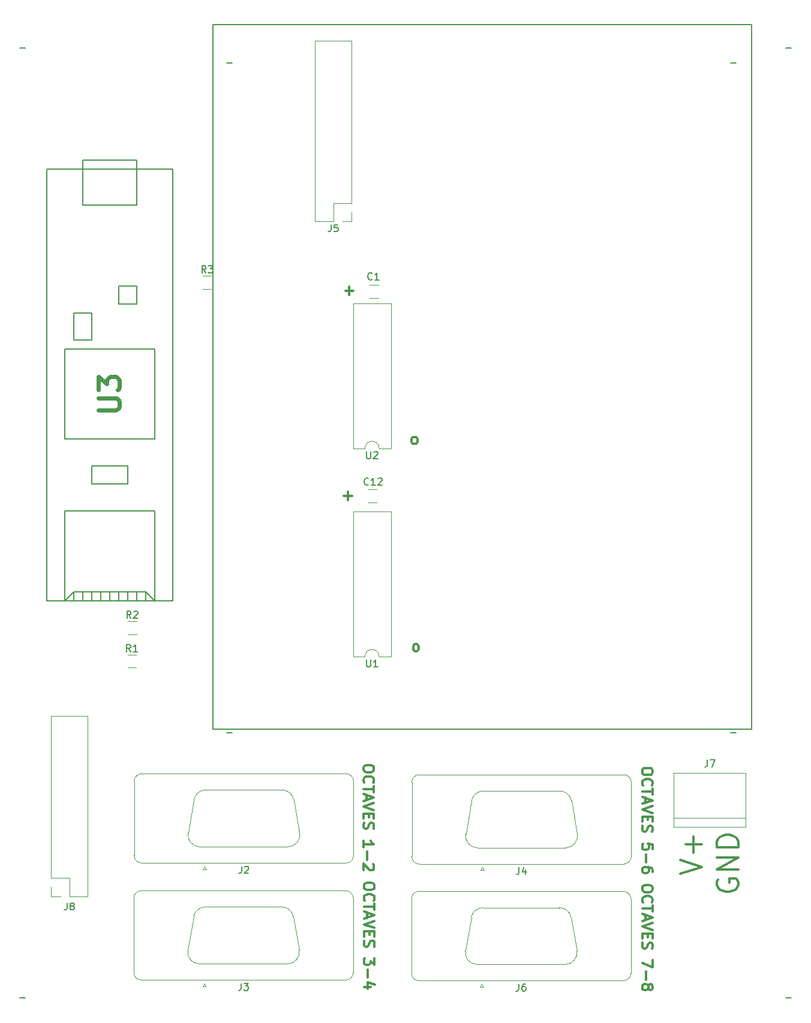
<source format=gbr>
G04 #@! TF.GenerationSoftware,KiCad,Pcbnew,(5.0.0)*
G04 #@! TF.CreationDate,2019-03-26T18:25:38-05:00*
G04 #@! TF.ProjectId,PlayerPiano,506C617965725069616E6F2E6B696361,rev?*
G04 #@! TF.SameCoordinates,Original*
G04 #@! TF.FileFunction,Legend,Top*
G04 #@! TF.FilePolarity,Positive*
%FSLAX46Y46*%
G04 Gerber Fmt 4.6, Leading zero omitted, Abs format (unit mm)*
G04 Created by KiCad (PCBNEW (5.0.0)) date 03/26/19 18:25:38*
%MOMM*%
%LPD*%
G01*
G04 APERTURE LIST*
%ADD10C,0.300000*%
%ADD11C,0.200000*%
%ADD12C,0.120000*%
%ADD13C,0.150000*%
%ADD14C,0.600000*%
G04 APERTURE END LIST*
D10*
X214048571Y-112267142D02*
X215191428Y-112267142D01*
X214620000Y-112838571D02*
X214620000Y-111695714D01*
X213868571Y-141227142D02*
X215011428Y-141227142D01*
X214440000Y-141798571D02*
X214440000Y-140655714D01*
X223912857Y-163148571D02*
X223770000Y-163077142D01*
X223698571Y-163005714D01*
X223627142Y-162862857D01*
X223627142Y-162434285D01*
X223698571Y-162291428D01*
X223770000Y-162220000D01*
X223912857Y-162148571D01*
X224127142Y-162148571D01*
X224270000Y-162220000D01*
X224341428Y-162291428D01*
X224412857Y-162434285D01*
X224412857Y-162862857D01*
X224341428Y-163005714D01*
X224270000Y-163077142D01*
X224127142Y-163148571D01*
X223912857Y-163148571D01*
X223722857Y-133888571D02*
X223580000Y-133817142D01*
X223508571Y-133745714D01*
X223437142Y-133602857D01*
X223437142Y-133174285D01*
X223508571Y-133031428D01*
X223580000Y-132960000D01*
X223722857Y-132888571D01*
X223937142Y-132888571D01*
X224080000Y-132960000D01*
X224151428Y-133031428D01*
X224222857Y-133174285D01*
X224222857Y-133602857D01*
X224151428Y-133745714D01*
X224080000Y-133817142D01*
X223937142Y-133888571D01*
X223722857Y-133888571D01*
X257461428Y-196508571D02*
X257461428Y-196794285D01*
X257390000Y-196937142D01*
X257247142Y-197080000D01*
X256961428Y-197151428D01*
X256461428Y-197151428D01*
X256175714Y-197080000D01*
X256032857Y-196937142D01*
X255961428Y-196794285D01*
X255961428Y-196508571D01*
X256032857Y-196365714D01*
X256175714Y-196222857D01*
X256461428Y-196151428D01*
X256961428Y-196151428D01*
X257247142Y-196222857D01*
X257390000Y-196365714D01*
X257461428Y-196508571D01*
X256104285Y-198651428D02*
X256032857Y-198580000D01*
X255961428Y-198365714D01*
X255961428Y-198222857D01*
X256032857Y-198008571D01*
X256175714Y-197865714D01*
X256318571Y-197794285D01*
X256604285Y-197722857D01*
X256818571Y-197722857D01*
X257104285Y-197794285D01*
X257247142Y-197865714D01*
X257390000Y-198008571D01*
X257461428Y-198222857D01*
X257461428Y-198365714D01*
X257390000Y-198580000D01*
X257318571Y-198651428D01*
X257461428Y-199080000D02*
X257461428Y-199937142D01*
X255961428Y-199508571D02*
X257461428Y-199508571D01*
X256390000Y-200365714D02*
X256390000Y-201080000D01*
X255961428Y-200222857D02*
X257461428Y-200722857D01*
X255961428Y-201222857D01*
X257461428Y-201508571D02*
X255961428Y-202008571D01*
X257461428Y-202508571D01*
X256747142Y-203008571D02*
X256747142Y-203508571D01*
X255961428Y-203722857D02*
X255961428Y-203008571D01*
X257461428Y-203008571D01*
X257461428Y-203722857D01*
X256032857Y-204294285D02*
X255961428Y-204508571D01*
X255961428Y-204865714D01*
X256032857Y-205008571D01*
X256104285Y-205080000D01*
X256247142Y-205151428D01*
X256390000Y-205151428D01*
X256532857Y-205080000D01*
X256604285Y-205008571D01*
X256675714Y-204865714D01*
X256747142Y-204580000D01*
X256818571Y-204437142D01*
X256890000Y-204365714D01*
X257032857Y-204294285D01*
X257175714Y-204294285D01*
X257318571Y-204365714D01*
X257390000Y-204437142D01*
X257461428Y-204580000D01*
X257461428Y-204937142D01*
X257390000Y-205151428D01*
X257461428Y-206794285D02*
X257461428Y-207794285D01*
X255961428Y-207151428D01*
X256532857Y-208365714D02*
X256532857Y-209508571D01*
X256818571Y-210437142D02*
X256890000Y-210294285D01*
X256961428Y-210222857D01*
X257104285Y-210151428D01*
X257175714Y-210151428D01*
X257318571Y-210222857D01*
X257390000Y-210294285D01*
X257461428Y-210437142D01*
X257461428Y-210722857D01*
X257390000Y-210865714D01*
X257318571Y-210937142D01*
X257175714Y-211008571D01*
X257104285Y-211008571D01*
X256961428Y-210937142D01*
X256890000Y-210865714D01*
X256818571Y-210722857D01*
X256818571Y-210437142D01*
X256747142Y-210294285D01*
X256675714Y-210222857D01*
X256532857Y-210151428D01*
X256247142Y-210151428D01*
X256104285Y-210222857D01*
X256032857Y-210294285D01*
X255961428Y-210437142D01*
X255961428Y-210722857D01*
X256032857Y-210865714D01*
X256104285Y-210937142D01*
X256247142Y-211008571D01*
X256532857Y-211008571D01*
X256675714Y-210937142D01*
X256747142Y-210865714D01*
X256818571Y-210722857D01*
X257461428Y-179978571D02*
X257461428Y-180264285D01*
X257390000Y-180407142D01*
X257247142Y-180550000D01*
X256961428Y-180621428D01*
X256461428Y-180621428D01*
X256175714Y-180550000D01*
X256032857Y-180407142D01*
X255961428Y-180264285D01*
X255961428Y-179978571D01*
X256032857Y-179835714D01*
X256175714Y-179692857D01*
X256461428Y-179621428D01*
X256961428Y-179621428D01*
X257247142Y-179692857D01*
X257390000Y-179835714D01*
X257461428Y-179978571D01*
X256104285Y-182121428D02*
X256032857Y-182050000D01*
X255961428Y-181835714D01*
X255961428Y-181692857D01*
X256032857Y-181478571D01*
X256175714Y-181335714D01*
X256318571Y-181264285D01*
X256604285Y-181192857D01*
X256818571Y-181192857D01*
X257104285Y-181264285D01*
X257247142Y-181335714D01*
X257390000Y-181478571D01*
X257461428Y-181692857D01*
X257461428Y-181835714D01*
X257390000Y-182050000D01*
X257318571Y-182121428D01*
X257461428Y-182550000D02*
X257461428Y-183407142D01*
X255961428Y-182978571D02*
X257461428Y-182978571D01*
X256390000Y-183835714D02*
X256390000Y-184550000D01*
X255961428Y-183692857D02*
X257461428Y-184192857D01*
X255961428Y-184692857D01*
X257461428Y-184978571D02*
X255961428Y-185478571D01*
X257461428Y-185978571D01*
X256747142Y-186478571D02*
X256747142Y-186978571D01*
X255961428Y-187192857D02*
X255961428Y-186478571D01*
X257461428Y-186478571D01*
X257461428Y-187192857D01*
X256032857Y-187764285D02*
X255961428Y-187978571D01*
X255961428Y-188335714D01*
X256032857Y-188478571D01*
X256104285Y-188550000D01*
X256247142Y-188621428D01*
X256390000Y-188621428D01*
X256532857Y-188550000D01*
X256604285Y-188478571D01*
X256675714Y-188335714D01*
X256747142Y-188050000D01*
X256818571Y-187907142D01*
X256890000Y-187835714D01*
X257032857Y-187764285D01*
X257175714Y-187764285D01*
X257318571Y-187835714D01*
X257390000Y-187907142D01*
X257461428Y-188050000D01*
X257461428Y-188407142D01*
X257390000Y-188621428D01*
X257461428Y-191121428D02*
X257461428Y-190407142D01*
X256747142Y-190335714D01*
X256818571Y-190407142D01*
X256890000Y-190550000D01*
X256890000Y-190907142D01*
X256818571Y-191050000D01*
X256747142Y-191121428D01*
X256604285Y-191192857D01*
X256247142Y-191192857D01*
X256104285Y-191121428D01*
X256032857Y-191050000D01*
X255961428Y-190907142D01*
X255961428Y-190550000D01*
X256032857Y-190407142D01*
X256104285Y-190335714D01*
X256532857Y-191835714D02*
X256532857Y-192978571D01*
X257461428Y-194335714D02*
X257461428Y-194050000D01*
X257390000Y-193907142D01*
X257318571Y-193835714D01*
X257104285Y-193692857D01*
X256818571Y-193621428D01*
X256247142Y-193621428D01*
X256104285Y-193692857D01*
X256032857Y-193764285D01*
X255961428Y-193907142D01*
X255961428Y-194192857D01*
X256032857Y-194335714D01*
X256104285Y-194407142D01*
X256247142Y-194478571D01*
X256604285Y-194478571D01*
X256747142Y-194407142D01*
X256818571Y-194335714D01*
X256890000Y-194192857D01*
X256890000Y-193907142D01*
X256818571Y-193764285D01*
X256747142Y-193692857D01*
X256604285Y-193621428D01*
X218181428Y-196218571D02*
X218181428Y-196504285D01*
X218110000Y-196647142D01*
X217967142Y-196790000D01*
X217681428Y-196861428D01*
X217181428Y-196861428D01*
X216895714Y-196790000D01*
X216752857Y-196647142D01*
X216681428Y-196504285D01*
X216681428Y-196218571D01*
X216752857Y-196075714D01*
X216895714Y-195932857D01*
X217181428Y-195861428D01*
X217681428Y-195861428D01*
X217967142Y-195932857D01*
X218110000Y-196075714D01*
X218181428Y-196218571D01*
X216824285Y-198361428D02*
X216752857Y-198290000D01*
X216681428Y-198075714D01*
X216681428Y-197932857D01*
X216752857Y-197718571D01*
X216895714Y-197575714D01*
X217038571Y-197504285D01*
X217324285Y-197432857D01*
X217538571Y-197432857D01*
X217824285Y-197504285D01*
X217967142Y-197575714D01*
X218110000Y-197718571D01*
X218181428Y-197932857D01*
X218181428Y-198075714D01*
X218110000Y-198290000D01*
X218038571Y-198361428D01*
X218181428Y-198790000D02*
X218181428Y-199647142D01*
X216681428Y-199218571D02*
X218181428Y-199218571D01*
X217110000Y-200075714D02*
X217110000Y-200790000D01*
X216681428Y-199932857D02*
X218181428Y-200432857D01*
X216681428Y-200932857D01*
X218181428Y-201218571D02*
X216681428Y-201718571D01*
X218181428Y-202218571D01*
X217467142Y-202718571D02*
X217467142Y-203218571D01*
X216681428Y-203432857D02*
X216681428Y-202718571D01*
X218181428Y-202718571D01*
X218181428Y-203432857D01*
X216752857Y-204004285D02*
X216681428Y-204218571D01*
X216681428Y-204575714D01*
X216752857Y-204718571D01*
X216824285Y-204790000D01*
X216967142Y-204861428D01*
X217110000Y-204861428D01*
X217252857Y-204790000D01*
X217324285Y-204718571D01*
X217395714Y-204575714D01*
X217467142Y-204290000D01*
X217538571Y-204147142D01*
X217610000Y-204075714D01*
X217752857Y-204004285D01*
X217895714Y-204004285D01*
X218038571Y-204075714D01*
X218110000Y-204147142D01*
X218181428Y-204290000D01*
X218181428Y-204647142D01*
X218110000Y-204861428D01*
X218181428Y-206504285D02*
X218181428Y-207432857D01*
X217610000Y-206932857D01*
X217610000Y-207147142D01*
X217538571Y-207290000D01*
X217467142Y-207361428D01*
X217324285Y-207432857D01*
X216967142Y-207432857D01*
X216824285Y-207361428D01*
X216752857Y-207290000D01*
X216681428Y-207147142D01*
X216681428Y-206718571D01*
X216752857Y-206575714D01*
X216824285Y-206504285D01*
X217252857Y-208075714D02*
X217252857Y-209218571D01*
X217681428Y-210575714D02*
X216681428Y-210575714D01*
X218252857Y-210218571D02*
X217181428Y-209861428D01*
X217181428Y-210790000D01*
X218101428Y-179588571D02*
X218101428Y-179874285D01*
X218030000Y-180017142D01*
X217887142Y-180160000D01*
X217601428Y-180231428D01*
X217101428Y-180231428D01*
X216815714Y-180160000D01*
X216672857Y-180017142D01*
X216601428Y-179874285D01*
X216601428Y-179588571D01*
X216672857Y-179445714D01*
X216815714Y-179302857D01*
X217101428Y-179231428D01*
X217601428Y-179231428D01*
X217887142Y-179302857D01*
X218030000Y-179445714D01*
X218101428Y-179588571D01*
X216744285Y-181731428D02*
X216672857Y-181660000D01*
X216601428Y-181445714D01*
X216601428Y-181302857D01*
X216672857Y-181088571D01*
X216815714Y-180945714D01*
X216958571Y-180874285D01*
X217244285Y-180802857D01*
X217458571Y-180802857D01*
X217744285Y-180874285D01*
X217887142Y-180945714D01*
X218030000Y-181088571D01*
X218101428Y-181302857D01*
X218101428Y-181445714D01*
X218030000Y-181660000D01*
X217958571Y-181731428D01*
X218101428Y-182160000D02*
X218101428Y-183017142D01*
X216601428Y-182588571D02*
X218101428Y-182588571D01*
X217030000Y-183445714D02*
X217030000Y-184160000D01*
X216601428Y-183302857D02*
X218101428Y-183802857D01*
X216601428Y-184302857D01*
X218101428Y-184588571D02*
X216601428Y-185088571D01*
X218101428Y-185588571D01*
X217387142Y-186088571D02*
X217387142Y-186588571D01*
X216601428Y-186802857D02*
X216601428Y-186088571D01*
X218101428Y-186088571D01*
X218101428Y-186802857D01*
X216672857Y-187374285D02*
X216601428Y-187588571D01*
X216601428Y-187945714D01*
X216672857Y-188088571D01*
X216744285Y-188160000D01*
X216887142Y-188231428D01*
X217030000Y-188231428D01*
X217172857Y-188160000D01*
X217244285Y-188088571D01*
X217315714Y-187945714D01*
X217387142Y-187660000D01*
X217458571Y-187517142D01*
X217530000Y-187445714D01*
X217672857Y-187374285D01*
X217815714Y-187374285D01*
X217958571Y-187445714D01*
X218030000Y-187517142D01*
X218101428Y-187660000D01*
X218101428Y-188017142D01*
X218030000Y-188231428D01*
X216601428Y-190802857D02*
X216601428Y-189945714D01*
X216601428Y-190374285D02*
X218101428Y-190374285D01*
X217887142Y-190231428D01*
X217744285Y-190088571D01*
X217672857Y-189945714D01*
X217172857Y-191445714D02*
X217172857Y-192588571D01*
X217958571Y-193231428D02*
X218030000Y-193302857D01*
X218101428Y-193445714D01*
X218101428Y-193802857D01*
X218030000Y-193945714D01*
X217958571Y-194017142D01*
X217815714Y-194088571D01*
X217672857Y-194088571D01*
X217458571Y-194017142D01*
X216601428Y-193160000D01*
X216601428Y-194088571D01*
X266660000Y-195385714D02*
X266517142Y-195671428D01*
X266517142Y-196100000D01*
X266660000Y-196528571D01*
X266945714Y-196814285D01*
X267231428Y-196957142D01*
X267802857Y-197100000D01*
X268231428Y-197100000D01*
X268802857Y-196957142D01*
X269088571Y-196814285D01*
X269374285Y-196528571D01*
X269517142Y-196100000D01*
X269517142Y-195814285D01*
X269374285Y-195385714D01*
X269231428Y-195242857D01*
X268231428Y-195242857D01*
X268231428Y-195814285D01*
X269517142Y-193957142D02*
X266517142Y-193957142D01*
X269517142Y-192242857D01*
X266517142Y-192242857D01*
X269517142Y-190814285D02*
X266517142Y-190814285D01*
X266517142Y-190100000D01*
X266660000Y-189671428D01*
X266945714Y-189385714D01*
X267231428Y-189242857D01*
X267802857Y-189100000D01*
X268231428Y-189100000D01*
X268802857Y-189242857D01*
X269088571Y-189385714D01*
X269374285Y-189671428D01*
X269517142Y-190100000D01*
X269517142Y-190814285D01*
X261357142Y-194597142D02*
X264357142Y-193597142D01*
X261357142Y-192597142D01*
X263214285Y-191597142D02*
X263214285Y-189311428D01*
X264357142Y-190454285D02*
X262071428Y-190454285D01*
D11*
X195365000Y-74706000D02*
X195365000Y-174147000D01*
X271438000Y-74706000D02*
X271438000Y-174147000D01*
X195365000Y-74706000D02*
X271438000Y-74706000D01*
X195365000Y-174147000D02*
X271438000Y-174147000D01*
D12*
G04 #@! TO.C,J5*
X214967947Y-76949749D02*
X209767947Y-76949749D01*
X214967947Y-99869749D02*
X214967947Y-76949749D01*
X209767947Y-102469749D02*
X209767947Y-76949749D01*
X214967947Y-99869749D02*
X212367947Y-99869749D01*
X212367947Y-99869749D02*
X212367947Y-102469749D01*
X212367947Y-102469749D02*
X209767947Y-102469749D01*
X214967947Y-101139749D02*
X214967947Y-102469749D01*
X214967947Y-102469749D02*
X213637947Y-102469749D01*
D13*
G04 #@! TO.C,U3*
X171960000Y-95080000D02*
X189740000Y-95080000D01*
X189740000Y-156040000D02*
X171960000Y-156040000D01*
X183390000Y-136990000D02*
X183390000Y-139530000D01*
X178310000Y-136990000D02*
X183390000Y-136990000D01*
X178310000Y-139530000D02*
X178310000Y-136990000D01*
X183390000Y-139530000D02*
X178310000Y-139530000D01*
X177040000Y-100160000D02*
X177040000Y-95080000D01*
X184660000Y-100160000D02*
X184660000Y-95080000D01*
X177040000Y-100160000D02*
X184660000Y-100160000D01*
X184660000Y-93810000D02*
X184660000Y-95080000D01*
X177040000Y-93810000D02*
X184660000Y-93810000D01*
X177040000Y-95080000D02*
X177040000Y-93810000D01*
X171960000Y-95080000D02*
X171960000Y-156040000D01*
X189740000Y-156040000D02*
X189740000Y-95080000D01*
X174500000Y-143340000D02*
X174500000Y-156040000D01*
X187200000Y-143340000D02*
X174500000Y-143340000D01*
X187200000Y-156040000D02*
X187200000Y-143340000D01*
X185930000Y-154770000D02*
X187200000Y-156040000D01*
X175770000Y-154770000D02*
X185930000Y-154770000D01*
X174500000Y-156040000D02*
X175770000Y-154770000D01*
X185930000Y-154770000D02*
X185930000Y-156040000D01*
X184660000Y-154770000D02*
X184660000Y-156040000D01*
X183390000Y-154770000D02*
X183390000Y-156040000D01*
X182120000Y-154770000D02*
X182120000Y-156040000D01*
X180850000Y-154770000D02*
X180850000Y-156040000D01*
X179580000Y-154770000D02*
X179580000Y-156040000D01*
X178310000Y-154770000D02*
X178310000Y-156040000D01*
X177040000Y-154770000D02*
X177040000Y-156040000D01*
X175770000Y-154770000D02*
X175770000Y-156040000D01*
X187200000Y-120480000D02*
X187200000Y-133180000D01*
X174500000Y-120480000D02*
X174500000Y-133180000D01*
X187200000Y-120480000D02*
X174500000Y-120480000D01*
X174500000Y-133180000D02*
X187200000Y-133180000D01*
X178310000Y-119210000D02*
X175770000Y-119210000D01*
X178310000Y-115400000D02*
X178310000Y-119210000D01*
X175770000Y-115400000D02*
X178310000Y-115400000D01*
X175770000Y-119210000D02*
X175770000Y-115400000D01*
X184660000Y-114130000D02*
X184660000Y-111590000D01*
X182120000Y-114130000D02*
X184660000Y-114130000D01*
X182120000Y-111590000D02*
X182120000Y-114130000D01*
X184660000Y-111590000D02*
X182120000Y-111590000D01*
D12*
G04 #@! TO.C,C1*
X217497936Y-111420000D02*
X218702064Y-111420000D01*
X217497936Y-113240000D02*
X218702064Y-113240000D01*
G04 #@! TO.C,C12*
X217317936Y-142130000D02*
X218522064Y-142130000D01*
X217317936Y-140310000D02*
X218522064Y-140310000D01*
G04 #@! TO.C,R1*
X183337936Y-165470000D02*
X184542064Y-165470000D01*
X183337936Y-163650000D02*
X184542064Y-163650000D01*
G04 #@! TO.C,R2*
X183377936Y-158950000D02*
X184582064Y-158950000D01*
X183377936Y-160770000D02*
X184582064Y-160770000D01*
G04 #@! TO.C,J6*
X253305000Y-209670000D02*
G75*
G03X254365000Y-208610000I0J1060000D01*
G01*
X223395000Y-208610000D02*
G75*
G03X224455000Y-209670000I1060000J0D01*
G01*
X253305000Y-197050000D02*
G75*
G02X254365000Y-198110000I0J-1060000D01*
G01*
X224455000Y-197050000D02*
G75*
G03X223395000Y-198110000I0J-1060000D01*
G01*
X246746470Y-205421744D02*
G75*
G02X245111689Y-207370000I-1634781J-288256D01*
G01*
X231013530Y-205421744D02*
G75*
G03X232648311Y-207370000I1634781J-288256D01*
G01*
X245917733Y-200721744D02*
G75*
G03X244282952Y-199350000I-1634781J-288256D01*
G01*
X231842267Y-200721744D02*
G75*
G02X233477048Y-199350000I1634781J-288256D01*
G01*
X253305000Y-209670000D02*
X224455000Y-209670000D01*
X223395000Y-208610000D02*
X223395000Y-198110000D01*
X224455000Y-197050000D02*
X253305000Y-197050000D01*
X254365000Y-198110000D02*
X254365000Y-208610000D01*
X233590000Y-210564338D02*
X233090000Y-210564338D01*
X233090000Y-210564338D02*
X233340000Y-210131325D01*
X233340000Y-210131325D02*
X233590000Y-210564338D01*
X245111689Y-207370000D02*
X232648311Y-207370000D01*
X244282952Y-199350000D02*
X233477048Y-199350000D01*
X231013530Y-205421744D02*
X231842267Y-200721744D01*
X246746470Y-205421744D02*
X245917733Y-200721744D01*
G04 #@! TO.C,R3*
X193947936Y-110190000D02*
X195152064Y-110190000D01*
X193947936Y-112010000D02*
X195152064Y-112010000D01*
G04 #@! TO.C,J2*
X214165000Y-193060000D02*
G75*
G03X215225000Y-192000000I0J1060000D01*
G01*
X184255000Y-192000000D02*
G75*
G03X185315000Y-193060000I1060000J0D01*
G01*
X214165000Y-180440000D02*
G75*
G02X215225000Y-181500000I0J-1060000D01*
G01*
X185315000Y-180440000D02*
G75*
G03X184255000Y-181500000I0J-1060000D01*
G01*
X207606470Y-188811744D02*
G75*
G02X205971689Y-190760000I-1634781J-288256D01*
G01*
X191873530Y-188811744D02*
G75*
G03X193508311Y-190760000I1634781J-288256D01*
G01*
X206777733Y-184111744D02*
G75*
G03X205142952Y-182740000I-1634781J-288256D01*
G01*
X192702267Y-184111744D02*
G75*
G02X194337048Y-182740000I1634781J-288256D01*
G01*
X214165000Y-193060000D02*
X185315000Y-193060000D01*
X184255000Y-192000000D02*
X184255000Y-181500000D01*
X185315000Y-180440000D02*
X214165000Y-180440000D01*
X215225000Y-181500000D02*
X215225000Y-192000000D01*
X194450000Y-193954338D02*
X193950000Y-193954338D01*
X193950000Y-193954338D02*
X194200000Y-193521325D01*
X194200000Y-193521325D02*
X194450000Y-193954338D01*
X205971689Y-190760000D02*
X193508311Y-190760000D01*
X205142952Y-182740000D02*
X194337048Y-182740000D01*
X191873530Y-188811744D02*
X192702267Y-184111744D01*
X207606470Y-188811744D02*
X206777733Y-184111744D01*
G04 #@! TO.C,J3*
X207556470Y-205331744D02*
X206727733Y-200631744D01*
X191823530Y-205331744D02*
X192652267Y-200631744D01*
X205092952Y-199260000D02*
X194287048Y-199260000D01*
X205921689Y-207280000D02*
X193458311Y-207280000D01*
X194150000Y-210041325D02*
X194400000Y-210474338D01*
X193900000Y-210474338D02*
X194150000Y-210041325D01*
X194400000Y-210474338D02*
X193900000Y-210474338D01*
X215175000Y-198020000D02*
X215175000Y-208520000D01*
X185265000Y-196960000D02*
X214115000Y-196960000D01*
X184205000Y-208520000D02*
X184205000Y-198020000D01*
X214115000Y-209580000D02*
X185265000Y-209580000D01*
X192652267Y-200631744D02*
G75*
G02X194287048Y-199260000I1634781J-288256D01*
G01*
X206727733Y-200631744D02*
G75*
G03X205092952Y-199260000I-1634781J-288256D01*
G01*
X191823530Y-205331744D02*
G75*
G03X193458311Y-207280000I1634781J-288256D01*
G01*
X207556470Y-205331744D02*
G75*
G02X205921689Y-207280000I-1634781J-288256D01*
G01*
X185265000Y-196960000D02*
G75*
G03X184205000Y-198020000I0J-1060000D01*
G01*
X214115000Y-196960000D02*
G75*
G02X215175000Y-198020000I0J-1060000D01*
G01*
X184205000Y-208520000D02*
G75*
G03X185265000Y-209580000I1060000J0D01*
G01*
X214115000Y-209580000D02*
G75*
G03X215175000Y-208520000I0J1060000D01*
G01*
G04 #@! TO.C,J4*
X253355000Y-193200000D02*
G75*
G03X254415000Y-192140000I0J1060000D01*
G01*
X223445000Y-192140000D02*
G75*
G03X224505000Y-193200000I1060000J0D01*
G01*
X253355000Y-180580000D02*
G75*
G02X254415000Y-181640000I0J-1060000D01*
G01*
X224505000Y-180580000D02*
G75*
G03X223445000Y-181640000I0J-1060000D01*
G01*
X246796470Y-188951744D02*
G75*
G02X245161689Y-190900000I-1634781J-288256D01*
G01*
X231063530Y-188951744D02*
G75*
G03X232698311Y-190900000I1634781J-288256D01*
G01*
X245967733Y-184251744D02*
G75*
G03X244332952Y-182880000I-1634781J-288256D01*
G01*
X231892267Y-184251744D02*
G75*
G02X233527048Y-182880000I1634781J-288256D01*
G01*
X253355000Y-193200000D02*
X224505000Y-193200000D01*
X223445000Y-192140000D02*
X223445000Y-181640000D01*
X224505000Y-180580000D02*
X253355000Y-180580000D01*
X254415000Y-181640000D02*
X254415000Y-192140000D01*
X233640000Y-194094338D02*
X233140000Y-194094338D01*
X233140000Y-194094338D02*
X233390000Y-193661325D01*
X233390000Y-193661325D02*
X233640000Y-194094338D01*
X245161689Y-190900000D02*
X232698311Y-190900000D01*
X244332952Y-182880000D02*
X233527048Y-182880000D01*
X231063530Y-188951744D02*
X231892267Y-184251744D01*
X246796470Y-188951744D02*
X245967733Y-184251744D01*
G04 #@! TO.C,U1*
X216830000Y-163900000D02*
G75*
G02X218830000Y-163900000I1000000J0D01*
G01*
X218830000Y-163900000D02*
X220480000Y-163900000D01*
X220480000Y-163900000D02*
X220480000Y-143460000D01*
X220480000Y-143460000D02*
X215180000Y-143460000D01*
X215180000Y-143460000D02*
X215180000Y-163900000D01*
X215180000Y-163900000D02*
X216830000Y-163900000D01*
G04 #@! TO.C,U2*
X215180000Y-134500000D02*
X216830000Y-134500000D01*
X215180000Y-114060000D02*
X215180000Y-134500000D01*
X220480000Y-114060000D02*
X215180000Y-114060000D01*
X220480000Y-134500000D02*
X220480000Y-114060000D01*
X218830000Y-134500000D02*
X220480000Y-134500000D01*
X216830000Y-134500000D02*
G75*
G02X218830000Y-134500000I1000000J0D01*
G01*
G04 #@! TO.C,J7*
X270590000Y-186650000D02*
X260430000Y-186650000D01*
X270590000Y-187920000D02*
X270590000Y-180300000D01*
X270590000Y-180300000D02*
X260430000Y-180300000D01*
X260430000Y-180300000D02*
X260430000Y-187920000D01*
X260430000Y-187920000D02*
X270590000Y-187920000D01*
G04 #@! TO.C,J8*
X177710000Y-197790000D02*
X175110000Y-197790000D01*
X177710000Y-197790000D02*
X177710000Y-172270000D01*
X177710000Y-172270000D02*
X172510000Y-172270000D01*
X172510000Y-195190000D02*
X172510000Y-172270000D01*
X175110000Y-195190000D02*
X172510000Y-195190000D01*
X175110000Y-197790000D02*
X175110000Y-195190000D01*
X172510000Y-197790000D02*
X172510000Y-196460000D01*
X173840000Y-197790000D02*
X172510000Y-197790000D01*
G04 #@! TO.C,_*
D13*
X276219047Y-212127619D02*
X276980952Y-212127619D01*
X168119047Y-212127619D02*
X168880952Y-212127619D01*
X276219047Y-77997619D02*
X276980952Y-77997619D01*
X168119047Y-77997619D02*
X168880952Y-77997619D01*
X197281994Y-80102368D02*
X198043899Y-80102368D01*
X268481994Y-80102368D02*
X269243899Y-80102368D01*
X268481994Y-174702368D02*
X269243899Y-174702368D01*
G04 #@! TO.C,J5*
X212034613Y-102922129D02*
X212034613Y-103636415D01*
X211986994Y-103779272D01*
X211891756Y-103874510D01*
X211748899Y-103922129D01*
X211653661Y-103922129D01*
X212986994Y-102922129D02*
X212510804Y-102922129D01*
X212463185Y-103398320D01*
X212510804Y-103350701D01*
X212606042Y-103303082D01*
X212844137Y-103303082D01*
X212939375Y-103350701D01*
X212986994Y-103398320D01*
X213034613Y-103493558D01*
X213034613Y-103731653D01*
X212986994Y-103826891D01*
X212939375Y-103874510D01*
X212844137Y-103922129D01*
X212606042Y-103922129D01*
X212510804Y-103874510D01*
X212463185Y-103826891D01*
G04 #@! TO.C,U3*
D14*
X179207142Y-129115714D02*
X181635714Y-129115714D01*
X181921428Y-128972857D01*
X182064285Y-128830000D01*
X182207142Y-128544285D01*
X182207142Y-127972857D01*
X182064285Y-127687142D01*
X181921428Y-127544285D01*
X181635714Y-127401428D01*
X179207142Y-127401428D01*
X179207142Y-126258571D02*
X179207142Y-124401428D01*
X180350000Y-125401428D01*
X180350000Y-124972857D01*
X180492857Y-124687142D01*
X180635714Y-124544285D01*
X180921428Y-124401428D01*
X181635714Y-124401428D01*
X181921428Y-124544285D01*
X182064285Y-124687142D01*
X182207142Y-124972857D01*
X182207142Y-125830000D01*
X182064285Y-126115714D01*
X181921428Y-126258571D01*
G04 #@! TO.C,C1*
D13*
X217833333Y-110607142D02*
X217785714Y-110654761D01*
X217642857Y-110702380D01*
X217547619Y-110702380D01*
X217404761Y-110654761D01*
X217309523Y-110559523D01*
X217261904Y-110464285D01*
X217214285Y-110273809D01*
X217214285Y-110130952D01*
X217261904Y-109940476D01*
X217309523Y-109845238D01*
X217404761Y-109750000D01*
X217547619Y-109702380D01*
X217642857Y-109702380D01*
X217785714Y-109750000D01*
X217833333Y-109797619D01*
X218785714Y-110702380D02*
X218214285Y-110702380D01*
X218500000Y-110702380D02*
X218500000Y-109702380D01*
X218404761Y-109845238D01*
X218309523Y-109940476D01*
X218214285Y-109988095D01*
G04 #@! TO.C,C12*
X217337142Y-139597142D02*
X217289523Y-139644761D01*
X217146666Y-139692380D01*
X217051428Y-139692380D01*
X216908571Y-139644761D01*
X216813333Y-139549523D01*
X216765714Y-139454285D01*
X216718095Y-139263809D01*
X216718095Y-139120952D01*
X216765714Y-138930476D01*
X216813333Y-138835238D01*
X216908571Y-138740000D01*
X217051428Y-138692380D01*
X217146666Y-138692380D01*
X217289523Y-138740000D01*
X217337142Y-138787619D01*
X218289523Y-139692380D02*
X217718095Y-139692380D01*
X218003809Y-139692380D02*
X218003809Y-138692380D01*
X217908571Y-138835238D01*
X217813333Y-138930476D01*
X217718095Y-138978095D01*
X218670476Y-138787619D02*
X218718095Y-138740000D01*
X218813333Y-138692380D01*
X219051428Y-138692380D01*
X219146666Y-138740000D01*
X219194285Y-138787619D01*
X219241904Y-138882857D01*
X219241904Y-138978095D01*
X219194285Y-139120952D01*
X218622857Y-139692380D01*
X219241904Y-139692380D01*
G04 #@! TO.C,R1*
X183773333Y-163192380D02*
X183440000Y-162716190D01*
X183201904Y-163192380D02*
X183201904Y-162192380D01*
X183582857Y-162192380D01*
X183678095Y-162240000D01*
X183725714Y-162287619D01*
X183773333Y-162382857D01*
X183773333Y-162525714D01*
X183725714Y-162620952D01*
X183678095Y-162668571D01*
X183582857Y-162716190D01*
X183201904Y-162716190D01*
X184725714Y-163192380D02*
X184154285Y-163192380D01*
X184440000Y-163192380D02*
X184440000Y-162192380D01*
X184344761Y-162335238D01*
X184249523Y-162430476D01*
X184154285Y-162478095D01*
G04 #@! TO.C,R2*
X183813333Y-158492380D02*
X183480000Y-158016190D01*
X183241904Y-158492380D02*
X183241904Y-157492380D01*
X183622857Y-157492380D01*
X183718095Y-157540000D01*
X183765714Y-157587619D01*
X183813333Y-157682857D01*
X183813333Y-157825714D01*
X183765714Y-157920952D01*
X183718095Y-157968571D01*
X183622857Y-158016190D01*
X183241904Y-158016190D01*
X184194285Y-157587619D02*
X184241904Y-157540000D01*
X184337142Y-157492380D01*
X184575238Y-157492380D01*
X184670476Y-157540000D01*
X184718095Y-157587619D01*
X184765714Y-157682857D01*
X184765714Y-157778095D01*
X184718095Y-157920952D01*
X184146666Y-158492380D01*
X184765714Y-158492380D01*
G04 #@! TO.C,J6*
X238546666Y-210122380D02*
X238546666Y-210836666D01*
X238499047Y-210979523D01*
X238403809Y-211074761D01*
X238260952Y-211122380D01*
X238165714Y-211122380D01*
X239451428Y-210122380D02*
X239260952Y-210122380D01*
X239165714Y-210170000D01*
X239118095Y-210217619D01*
X239022857Y-210360476D01*
X238975238Y-210550952D01*
X238975238Y-210931904D01*
X239022857Y-211027142D01*
X239070476Y-211074761D01*
X239165714Y-211122380D01*
X239356190Y-211122380D01*
X239451428Y-211074761D01*
X239499047Y-211027142D01*
X239546666Y-210931904D01*
X239546666Y-210693809D01*
X239499047Y-210598571D01*
X239451428Y-210550952D01*
X239356190Y-210503333D01*
X239165714Y-210503333D01*
X239070476Y-210550952D01*
X239022857Y-210598571D01*
X238975238Y-210693809D01*
G04 #@! TO.C,R3*
X194383333Y-109732380D02*
X194050000Y-109256190D01*
X193811904Y-109732380D02*
X193811904Y-108732380D01*
X194192857Y-108732380D01*
X194288095Y-108780000D01*
X194335714Y-108827619D01*
X194383333Y-108922857D01*
X194383333Y-109065714D01*
X194335714Y-109160952D01*
X194288095Y-109208571D01*
X194192857Y-109256190D01*
X193811904Y-109256190D01*
X194716666Y-108732380D02*
X195335714Y-108732380D01*
X195002380Y-109113333D01*
X195145238Y-109113333D01*
X195240476Y-109160952D01*
X195288095Y-109208571D01*
X195335714Y-109303809D01*
X195335714Y-109541904D01*
X195288095Y-109637142D01*
X195240476Y-109684761D01*
X195145238Y-109732380D01*
X194859523Y-109732380D01*
X194764285Y-109684761D01*
X194716666Y-109637142D01*
G04 #@! TO.C,J2*
X199406666Y-193512380D02*
X199406666Y-194226666D01*
X199359047Y-194369523D01*
X199263809Y-194464761D01*
X199120952Y-194512380D01*
X199025714Y-194512380D01*
X199835238Y-193607619D02*
X199882857Y-193560000D01*
X199978095Y-193512380D01*
X200216190Y-193512380D01*
X200311428Y-193560000D01*
X200359047Y-193607619D01*
X200406666Y-193702857D01*
X200406666Y-193798095D01*
X200359047Y-193940952D01*
X199787619Y-194512380D01*
X200406666Y-194512380D01*
G04 #@! TO.C,J3*
X199356666Y-210032380D02*
X199356666Y-210746666D01*
X199309047Y-210889523D01*
X199213809Y-210984761D01*
X199070952Y-211032380D01*
X198975714Y-211032380D01*
X199737619Y-210032380D02*
X200356666Y-210032380D01*
X200023333Y-210413333D01*
X200166190Y-210413333D01*
X200261428Y-210460952D01*
X200309047Y-210508571D01*
X200356666Y-210603809D01*
X200356666Y-210841904D01*
X200309047Y-210937142D01*
X200261428Y-210984761D01*
X200166190Y-211032380D01*
X199880476Y-211032380D01*
X199785238Y-210984761D01*
X199737619Y-210937142D01*
G04 #@! TO.C,J4*
X238596666Y-193652380D02*
X238596666Y-194366666D01*
X238549047Y-194509523D01*
X238453809Y-194604761D01*
X238310952Y-194652380D01*
X238215714Y-194652380D01*
X239501428Y-193985714D02*
X239501428Y-194652380D01*
X239263333Y-193604761D02*
X239025238Y-194319047D01*
X239644285Y-194319047D01*
G04 #@! TO.C,U1*
X217068095Y-164352380D02*
X217068095Y-165161904D01*
X217115714Y-165257142D01*
X217163333Y-165304761D01*
X217258571Y-165352380D01*
X217449047Y-165352380D01*
X217544285Y-165304761D01*
X217591904Y-165257142D01*
X217639523Y-165161904D01*
X217639523Y-164352380D01*
X218639523Y-165352380D02*
X218068095Y-165352380D01*
X218353809Y-165352380D02*
X218353809Y-164352380D01*
X218258571Y-164495238D01*
X218163333Y-164590476D01*
X218068095Y-164638095D01*
G04 #@! TO.C,U2*
X217068095Y-134952380D02*
X217068095Y-135761904D01*
X217115714Y-135857142D01*
X217163333Y-135904761D01*
X217258571Y-135952380D01*
X217449047Y-135952380D01*
X217544285Y-135904761D01*
X217591904Y-135857142D01*
X217639523Y-135761904D01*
X217639523Y-134952380D01*
X218068095Y-135047619D02*
X218115714Y-135000000D01*
X218210952Y-134952380D01*
X218449047Y-134952380D01*
X218544285Y-135000000D01*
X218591904Y-135047619D01*
X218639523Y-135142857D01*
X218639523Y-135238095D01*
X218591904Y-135380952D01*
X218020476Y-135952380D01*
X218639523Y-135952380D01*
G04 #@! TO.C,J7*
X265176666Y-178482380D02*
X265176666Y-179196666D01*
X265129047Y-179339523D01*
X265033809Y-179434761D01*
X264890952Y-179482380D01*
X264795714Y-179482380D01*
X265557619Y-178482380D02*
X266224285Y-178482380D01*
X265795714Y-179482380D01*
G04 #@! TO.C,_*
X197281994Y-174702368D02*
X198043899Y-174702368D01*
G04 #@! TO.C,J8*
X174776666Y-198682380D02*
X174776666Y-199396666D01*
X174729047Y-199539523D01*
X174633809Y-199634761D01*
X174490952Y-199682380D01*
X174395714Y-199682380D01*
X175395714Y-199110952D02*
X175300476Y-199063333D01*
X175252857Y-199015714D01*
X175205238Y-198920476D01*
X175205238Y-198872857D01*
X175252857Y-198777619D01*
X175300476Y-198730000D01*
X175395714Y-198682380D01*
X175586190Y-198682380D01*
X175681428Y-198730000D01*
X175729047Y-198777619D01*
X175776666Y-198872857D01*
X175776666Y-198920476D01*
X175729047Y-199015714D01*
X175681428Y-199063333D01*
X175586190Y-199110952D01*
X175395714Y-199110952D01*
X175300476Y-199158571D01*
X175252857Y-199206190D01*
X175205238Y-199301428D01*
X175205238Y-199491904D01*
X175252857Y-199587142D01*
X175300476Y-199634761D01*
X175395714Y-199682380D01*
X175586190Y-199682380D01*
X175681428Y-199634761D01*
X175729047Y-199587142D01*
X175776666Y-199491904D01*
X175776666Y-199301428D01*
X175729047Y-199206190D01*
X175681428Y-199158571D01*
X175586190Y-199110952D01*
G04 #@! TD*
M02*

</source>
